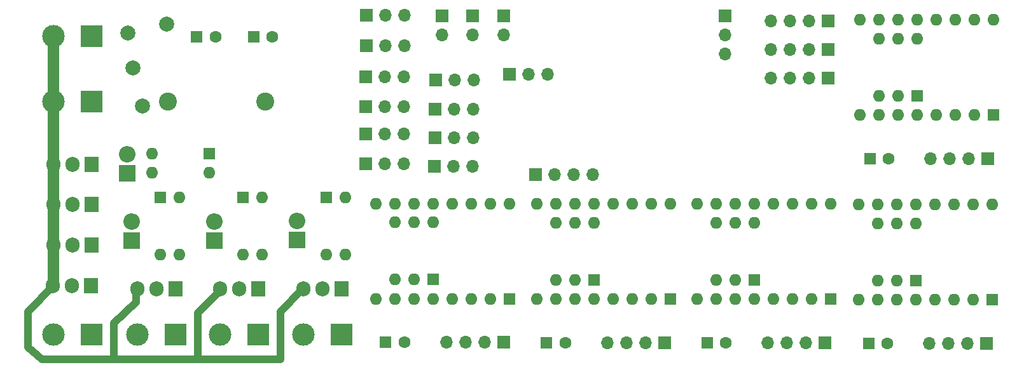
<source format=gbs>
G04 #@! TF.GenerationSoftware,KiCad,Pcbnew,(5.1.0)-1*
G04 #@! TF.CreationDate,2020-03-21T02:07:01+08:00*
G04 #@! TF.ProjectId,driver,64726976-6572-42e6-9b69-6361645f7063,rev?*
G04 #@! TF.SameCoordinates,Original*
G04 #@! TF.FileFunction,Soldermask,Bot*
G04 #@! TF.FilePolarity,Negative*
%FSLAX46Y46*%
G04 Gerber Fmt 4.6, Leading zero omitted, Abs format (unit mm)*
G04 Created by KiCad (PCBNEW (5.1.0)-1) date 2020-03-21 02:07:01*
%MOMM*%
%LPD*%
G04 APERTURE LIST*
%ADD10C,1.000000*%
%ADD11C,1.500000*%
%ADD12O,1.905000X2.000000*%
%ADD13R,1.905000X2.000000*%
%ADD14C,3.000000*%
%ADD15R,3.000000X3.000000*%
%ADD16O,2.200000X2.200000*%
%ADD17R,2.200000X2.200000*%
%ADD18O,1.600000X1.600000*%
%ADD19R,1.600000X1.600000*%
%ADD20C,1.600000*%
%ADD21C,2.010000*%
%ADD22O,1.700000X1.700000*%
%ADD23R,1.700000X1.700000*%
%ADD24C,2.400000*%
G04 APERTURE END LIST*
D10*
X100000000Y-99000000D02*
X100000000Y-103800000D01*
X103000000Y-96200000D02*
X100000000Y-99000000D01*
X103000000Y-94400000D02*
X103000000Y-96200000D01*
X111200000Y-97600000D02*
X111200000Y-103600000D01*
X114200000Y-94600000D02*
X111200000Y-97600000D01*
X122200000Y-97400000D02*
X125000000Y-94600000D01*
X122200000Y-103800000D02*
X122200000Y-97400000D01*
X90400000Y-103800000D02*
X122200000Y-103800000D01*
X88600000Y-102200000D02*
X90400000Y-103800000D01*
X88600000Y-97400000D02*
X88600000Y-102200000D01*
X92000000Y-94000000D02*
X88600000Y-97400000D01*
D11*
X92000000Y-60800000D02*
X92000000Y-94000000D01*
D12*
X91929200Y-88526100D03*
X94469200Y-88526100D03*
D13*
X97009200Y-88526100D03*
D12*
X91929200Y-83154000D03*
X94469200Y-83154000D03*
D13*
X97009200Y-83154000D03*
D14*
X125241300Y-100451400D03*
D15*
X130321300Y-100451400D03*
D16*
X124365000Y-85363800D03*
D17*
X124365000Y-87903800D03*
D16*
X113379500Y-85427300D03*
D17*
X113379500Y-87967300D03*
D16*
X102419400Y-85389200D03*
D17*
X102419400Y-87929200D03*
X101822500Y-79001100D03*
D16*
X101822500Y-76461100D03*
D18*
X128289300Y-89783400D03*
X130829300Y-82163400D03*
X130829300Y-89783400D03*
D19*
X128289300Y-82163400D03*
D18*
X117227600Y-89846900D03*
X119767600Y-82226900D03*
X119767600Y-89846900D03*
D19*
X117227600Y-82226900D03*
D18*
X106165900Y-89846900D03*
X108705900Y-82226900D03*
X108705900Y-89846900D03*
D19*
X106165900Y-82226900D03*
X112681000Y-76359500D03*
D18*
X105061000Y-78899500D03*
X112681000Y-78899500D03*
X105061000Y-76359500D03*
D12*
X114179600Y-94418900D03*
X116719600Y-94418900D03*
D13*
X119259600Y-94418900D03*
D19*
X111044600Y-60751200D03*
D20*
X113544600Y-60751200D03*
D19*
X118624600Y-60751200D03*
D20*
X121124600Y-60751200D03*
X138690600Y-101492800D03*
D19*
X136190600Y-101492800D03*
X157590100Y-101619800D03*
D20*
X160090100Y-101619800D03*
X202978000Y-101645200D03*
D19*
X200478000Y-101645200D03*
D20*
X181489600Y-101619800D03*
D19*
X178989600Y-101619800D03*
X200655800Y-77019900D03*
D20*
X203155800Y-77019900D03*
D21*
X106998700Y-59043200D03*
X101898700Y-60243200D03*
X102591000Y-64886640D03*
X103791000Y-69986640D03*
D14*
X91980000Y-69425300D03*
D15*
X97060000Y-69425300D03*
D22*
X181388000Y-63024500D03*
X181388000Y-60484500D03*
D23*
X181388000Y-57944500D03*
X147771100Y-57969900D03*
D22*
X147771100Y-60509900D03*
D23*
X151873200Y-57969900D03*
D22*
X151873200Y-60509900D03*
D14*
X91967300Y-100514900D03*
D15*
X97047300Y-100514900D03*
D23*
X195115100Y-66280500D03*
D22*
X192575100Y-66280500D03*
X190035100Y-66280500D03*
X187495100Y-66280500D03*
D14*
X91992700Y-60662300D03*
D15*
X97072700Y-60662300D03*
D23*
X151898600Y-101492800D03*
D22*
X149358600Y-101492800D03*
X146818600Y-101492800D03*
X144278600Y-101492800D03*
D23*
X195127800Y-58698600D03*
D22*
X192587800Y-58698600D03*
X190047800Y-58698600D03*
X187507800Y-58698600D03*
D23*
X195127800Y-62495900D03*
D22*
X192587800Y-62495900D03*
X190047800Y-62495900D03*
X187507800Y-62495900D03*
X143694400Y-60484500D03*
D23*
X143694400Y-57944500D03*
D22*
X163722300Y-79153500D03*
X161182300Y-79153500D03*
X158642300Y-79153500D03*
D23*
X156102300Y-79153500D03*
D14*
X103117900Y-100514900D03*
D15*
X108197900Y-100514900D03*
D22*
X157725360Y-65800000D03*
X155185360Y-65800000D03*
D23*
X152645360Y-65800000D03*
D14*
X114179600Y-100514900D03*
D15*
X119259600Y-100514900D03*
D22*
X165678100Y-101619800D03*
X168218100Y-101619800D03*
X170758100Y-101619800D03*
D23*
X173298100Y-101619800D03*
D22*
X208566000Y-101645200D03*
X211106000Y-101645200D03*
X213646000Y-101645200D03*
D23*
X216186000Y-101645200D03*
X142683480Y-78074000D03*
D22*
X145223480Y-78074000D03*
X147763480Y-78074000D03*
X138700000Y-57900000D03*
X136160000Y-57900000D03*
D23*
X133620000Y-57900000D03*
X133620000Y-62000000D03*
D22*
X136160000Y-62000000D03*
X138700000Y-62000000D03*
X147819360Y-74238600D03*
X145279360Y-74238600D03*
D23*
X142739360Y-74238600D03*
D22*
X138600000Y-66100000D03*
X136060000Y-66100000D03*
D23*
X133520000Y-66100000D03*
D22*
X138600000Y-70100000D03*
X136060000Y-70100000D03*
D23*
X133520000Y-70100000D03*
X142769840Y-70413360D03*
D22*
X145309840Y-70413360D03*
X147849840Y-70413360D03*
X187077600Y-101619800D03*
X189617600Y-101619800D03*
X192157600Y-101619800D03*
D23*
X194697600Y-101619800D03*
X216363800Y-77019900D03*
D22*
X213823800Y-77019900D03*
X211283800Y-77019900D03*
X208743800Y-77019900D03*
D23*
X133520000Y-73700000D03*
D22*
X136060000Y-73700000D03*
X138600000Y-73700000D03*
D23*
X133520000Y-77700000D03*
D22*
X136060000Y-77700000D03*
X138600000Y-77700000D03*
D23*
X142835880Y-66542400D03*
D22*
X145375880Y-66542400D03*
X147915880Y-66542400D03*
D24*
X107189520Y-69448160D03*
X120189520Y-69448160D03*
D12*
X91929200Y-77769200D03*
X94469200Y-77769200D03*
D13*
X97009200Y-77769200D03*
D12*
X91916500Y-93987100D03*
X94456500Y-93987100D03*
D13*
X96996500Y-93987100D03*
D12*
X125241300Y-94355400D03*
X127781300Y-94355400D03*
D13*
X130321300Y-94355400D03*
D12*
X103117900Y-94418900D03*
X105657900Y-94418900D03*
D13*
X108197900Y-94418900D03*
D19*
X142500600Y-93110800D03*
D18*
X137420600Y-85490800D03*
X139960600Y-93110800D03*
X139960600Y-85490800D03*
X137420600Y-93110800D03*
X142500600Y-85490800D03*
D19*
X163900100Y-93237800D03*
D18*
X158820100Y-85617800D03*
X161360100Y-93237800D03*
X161360100Y-85617800D03*
X158820100Y-93237800D03*
X163900100Y-85617800D03*
X206788000Y-85643200D03*
X201708000Y-93263200D03*
X204248000Y-85643200D03*
X204248000Y-93263200D03*
X201708000Y-85643200D03*
D19*
X206788000Y-93263200D03*
X185299600Y-93237800D03*
D18*
X180219600Y-85617800D03*
X182759600Y-93237800D03*
X182759600Y-85617800D03*
X180219600Y-93237800D03*
X185299600Y-85617800D03*
X206965800Y-61017900D03*
X201885800Y-68637900D03*
X204425800Y-61017900D03*
X204425800Y-68637900D03*
X201885800Y-61017900D03*
D19*
X206965800Y-68637900D03*
X152650600Y-95740800D03*
D18*
X134870600Y-83040800D03*
X150110600Y-95740800D03*
X137410600Y-83040800D03*
X147570600Y-95740800D03*
X139950600Y-83040800D03*
X145030600Y-95740800D03*
X142490600Y-83040800D03*
X142490600Y-95740800D03*
X145030600Y-83040800D03*
X139950600Y-95740800D03*
X147570600Y-83040800D03*
X137410600Y-95740800D03*
X150110600Y-83040800D03*
X134870600Y-95740800D03*
X152650600Y-83040800D03*
X174060100Y-83077800D03*
X156280100Y-95777800D03*
X171520100Y-83077800D03*
X158820100Y-95777800D03*
X168980100Y-83077800D03*
X161360100Y-95777800D03*
X166440100Y-83077800D03*
X163900100Y-95777800D03*
X163900100Y-83077800D03*
X166440100Y-95777800D03*
X161360100Y-83077800D03*
X168980100Y-95777800D03*
X158820100Y-83077800D03*
X171520100Y-95777800D03*
X156280100Y-83077800D03*
D19*
X174060100Y-95777800D03*
X216948000Y-95803200D03*
D18*
X199168000Y-83103200D03*
X214408000Y-95803200D03*
X201708000Y-83103200D03*
X211868000Y-95803200D03*
X204248000Y-83103200D03*
X209328000Y-95803200D03*
X206788000Y-83103200D03*
X206788000Y-95803200D03*
X209328000Y-83103200D03*
X204248000Y-95803200D03*
X211868000Y-83103200D03*
X201708000Y-95803200D03*
X214408000Y-83103200D03*
X199168000Y-95803200D03*
X216948000Y-83103200D03*
X195459600Y-83077800D03*
X177679600Y-95777800D03*
X192919600Y-83077800D03*
X180219600Y-95777800D03*
X190379600Y-83077800D03*
X182759600Y-95777800D03*
X187839600Y-83077800D03*
X185299600Y-95777800D03*
X185299600Y-83077800D03*
X187839600Y-95777800D03*
X182759600Y-83077800D03*
X190379600Y-95777800D03*
X180219600Y-83077800D03*
X192919600Y-95777800D03*
X177679600Y-83077800D03*
D19*
X195459600Y-95777800D03*
X217125800Y-71177900D03*
D18*
X199345800Y-58477900D03*
X214585800Y-71177900D03*
X201885800Y-58477900D03*
X212045800Y-71177900D03*
X204425800Y-58477900D03*
X209505800Y-71177900D03*
X206965800Y-58477900D03*
X206965800Y-71177900D03*
X209505800Y-58477900D03*
X204425800Y-71177900D03*
X212045800Y-58477900D03*
X201885800Y-71177900D03*
X214585800Y-58477900D03*
X199345800Y-71177900D03*
X217125800Y-58477900D03*
M02*

</source>
